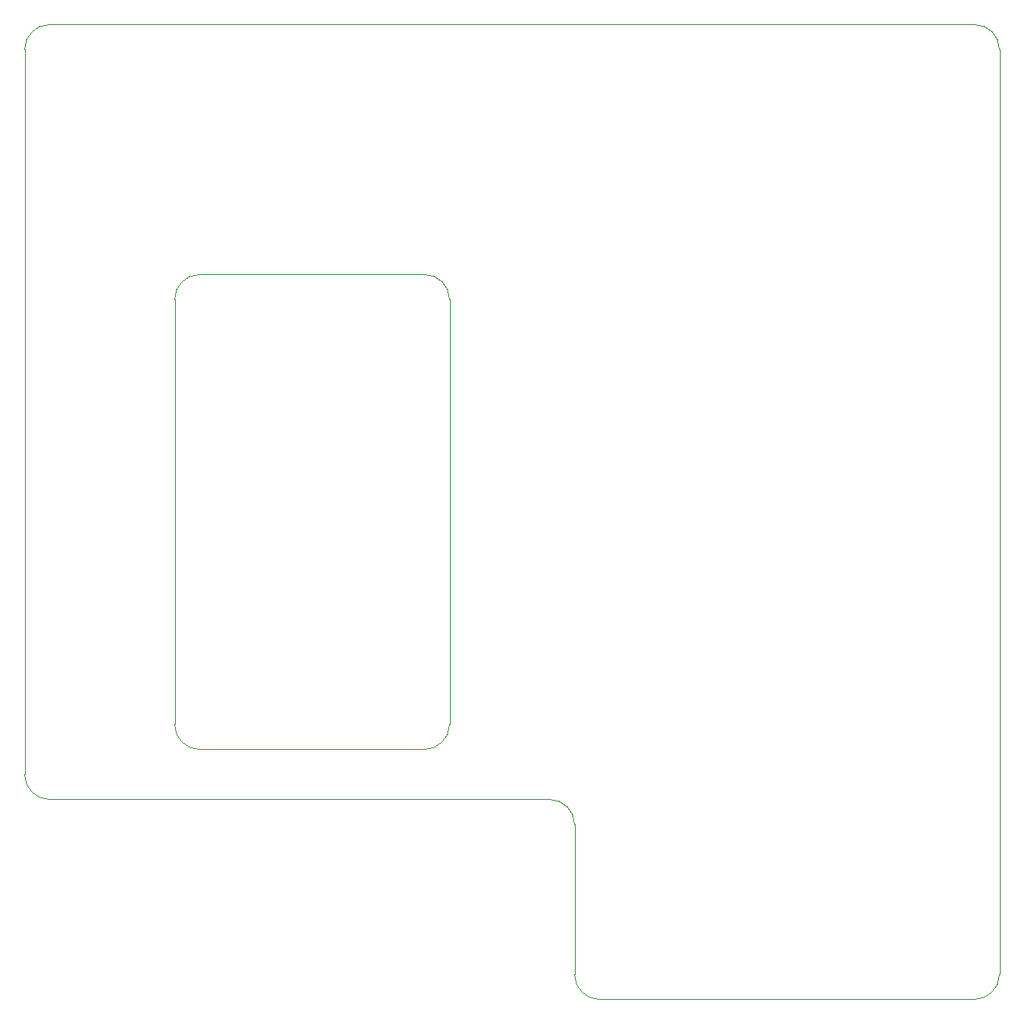
<source format=gbr>
%TF.GenerationSoftware,KiCad,Pcbnew,8.0.3-8.0.3-0~ubuntu22.04.1*%
%TF.CreationDate,2024-06-26T17:13:49+03:00*%
%TF.ProjectId,PM-CPU-RP,504d2d43-5055-42d5-9250-2e6b69636164,rev?*%
%TF.SameCoordinates,Original*%
%TF.FileFunction,Profile,NP*%
%FSLAX46Y46*%
G04 Gerber Fmt 4.6, Leading zero omitted, Abs format (unit mm)*
G04 Created by KiCad (PCBNEW 8.0.3-8.0.3-0~ubuntu22.04.1) date 2024-06-26 17:13:49*
%MOMM*%
%LPD*%
G01*
G04 APERTURE LIST*
%TA.AperFunction,Profile*%
%ADD10C,0.050000*%
%TD*%
G04 APERTURE END LIST*
D10*
X116840000Y-121920000D02*
X116840000Y-78740000D01*
X144780000Y-121920000D02*
G75*
G02*
X142240000Y-124460000I-2540000J0D01*
G01*
X144780000Y-78740000D02*
X144780000Y-121920000D01*
X101600000Y-53340000D02*
G75*
G02*
X104140000Y-50800000I2540000J0D01*
G01*
X157480000Y-132080000D02*
X157480000Y-147320000D01*
X142240000Y-124460000D02*
X119380000Y-124460000D01*
X142240000Y-76200000D02*
G75*
G02*
X144780000Y-78740000I0J-2540000D01*
G01*
X160020000Y-149860000D02*
G75*
G02*
X157480000Y-147320000I0J2540000D01*
G01*
X104140000Y-129540000D02*
G75*
G02*
X101600000Y-127000000I0J2540000D01*
G01*
X119380000Y-124460000D02*
G75*
G02*
X116840000Y-121920000I0J2540000D01*
G01*
X116840000Y-78740000D02*
G75*
G02*
X119380000Y-76200000I2540000J0D01*
G01*
X104140000Y-129540000D02*
X154940000Y-129540000D01*
X198120000Y-50800000D02*
X104140000Y-50800000D01*
X198120000Y-50800000D02*
G75*
G02*
X200660000Y-53340000I0J-2540000D01*
G01*
X101600000Y-53340000D02*
X101600000Y-127000000D01*
X200660000Y-147320000D02*
G75*
G02*
X198120000Y-149860000I-2540000J0D01*
G01*
X160020000Y-149860000D02*
X198120000Y-149860000D01*
X154940000Y-129540000D02*
G75*
G02*
X157480000Y-132080000I0J-2540000D01*
G01*
X200660000Y-147320000D02*
X200660000Y-53340000D01*
X119380000Y-76200000D02*
X142240000Y-76200000D01*
M02*

</source>
